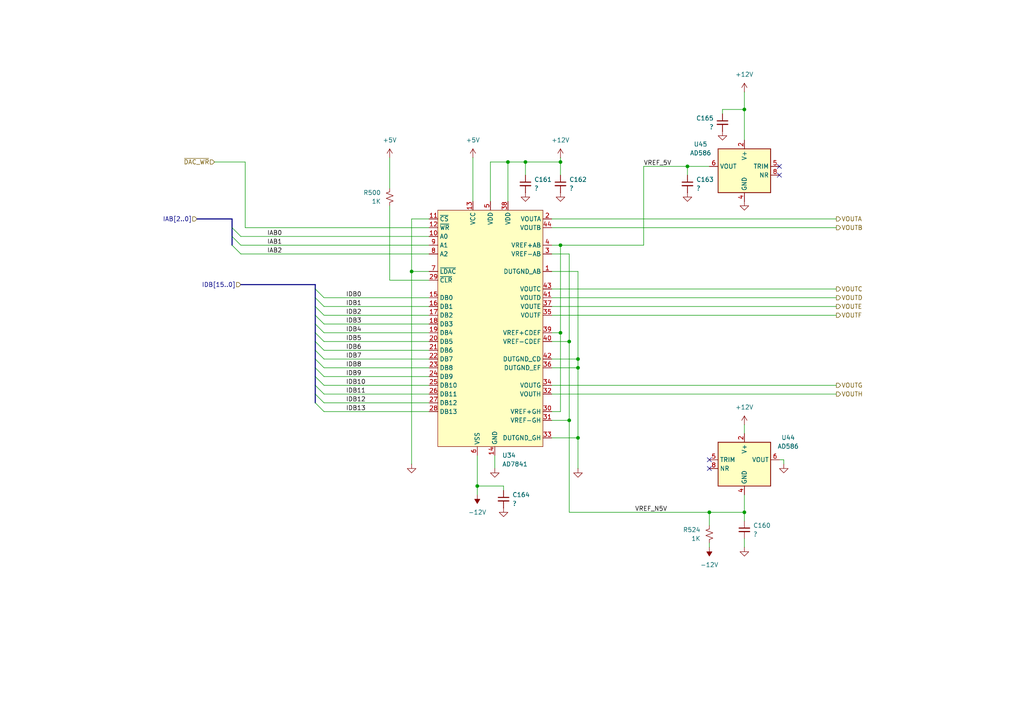
<source format=kicad_sch>
(kicad_sch (version 20250114) (generator "eeschema") (generator_version "9.0")
  (paper "A4")
  (lib_symbols
    (symbol "Device:C_Small" (pin_numbers (hide yes)) (pin_names (offset 0.254) (hide yes))
      (property "Reference" "C" (at 0.254 1.778 0))
      (property "Value" "C_Small" (at 0.254 -2.032 0))
      (symbol "C_Small_0_1"
        (polyline (pts (xy -1.524 0.508) (xy 1.524 0.508)) (stroke (width 0.3048)))
        (polyline (pts (xy -1.524 -0.508) (xy 1.524 -0.508)) (stroke (width 0.3302)))
      )
      (symbol "C_Small_1_1"
        (pin passive line (at 0 2.54 270) (length 2.032) (name "~") (number "1"))
        (pin passive line (at 0 -2.54 90) (length 2.032) (name "~") (number "2"))
      )
    )
    (symbol "Device:R_Small_US" (pin_numbers (hide yes)) (pin_names (offset 0.254) (hide yes))
      (property "Reference" "R" (at 0.762 0.508 0))
      (property "Value" "R_Small_US" (at 0.762 -1.016 0))
      (symbol "R_Small_US_1_1"
        (polyline (pts (xy 0 1.524) (xy 1.016 1.143) (xy 0 0.762) (xy -1.016 0.381) (xy 0 0)))
        (polyline (pts (xy 0 0) (xy 1.016 -0.381) (xy 0 -0.762) (xy -1.016 -1.143) (xy 0 -1.524)))
        (pin passive line (at 0 2.54 270) (length 1.016) (name "~") (number "1"))
        (pin passive line (at 0 -2.54 90) (length 1.016) (name "~") (number "2"))
      )
    )
    (symbol "Reference_Voltage:AD586"
      (property "Reference" "U" (at 6.35 6.35 0))
      (property "Value" "AD586" (at 6.35 -8.89 0))
      (symbol "AD586_0_1"
        (rectangle (start -7.62 5.08) (end 7.62 -7.62) (stroke (width 0.254)) (fill (type background)))
      )
      (symbol "AD586_1_1"
        (pin input line (at -10.16 0 0) (length 2.54) (name "TRIM") (number "5"))
        (pin input line (at -10.16 -2.54 0) (length 2.54) (name "NR") (number "8"))
        (pin no_connect line (at -7.62 2.54 0) (length 2.54) (hide yes) (name "NC") (number "1"))
        (pin no_connect line (at -7.62 -5.08 0) (length 2.54) (hide yes) (name "NC") (number "3"))
        (pin power_in line (at 0 7.62 270) (length 2.54) (name "V+") (number "2"))
        (pin power_in line (at 0 -10.16 90) (length 2.54) (name "GND") (number "4"))
        (pin no_connect line (at 7.62 -5.08 180) (length 2.54) (hide yes) (name "NC") (number "7"))
        (pin power_out line (at 10.16 0 180) (length 2.54) (name "VOUT") (number "6"))
      )
    )
    (symbol "hp16717:AD7841"
      (property "Reference" "U" (at 23.876 6.096 0))
      (property "Value" "AD7841" (at 26.67 2.54 0))
      (symbol "AD7841_0_0"
        (pin input line (at -2.54 -2.54 0) (length 2.54) (name "~{CS}") (number "11"))
        (pin input line (at -2.54 -5.08 0) (length 2.54) (name "~{WR}") (number "12"))
        (pin input line (at -2.54 -7.62 0) (length 2.54) (name "A0") (number "10"))
        (pin input line (at -2.54 -10.16 0) (length 2.54) (name "A1") (number "9"))
        (pin input line (at -2.54 -12.7 0) (length 2.54) (name "A2") (number "8"))
        (pin input line (at -2.54 -17.78 0) (length 2.54) (name "~{LDAC}") (number "7"))
        (pin input line (at -2.54 -20.32 0) (length 2.54) (name "~{CLR}") (number "29"))
        (pin input line (at -2.54 -25.4 0) (length 2.54) (name "DB0") (number "15"))
        (pin input line (at -2.54 -27.94 0) (length 2.54) (name "DB1") (number "16"))
        (pin input line (at -2.54 -30.48 0) (length 2.54) (name "DB2") (number "17"))
        (pin input line (at -2.54 -33.02 0) (length 2.54) (name "DB3") (number "18"))
        (pin input line (at -2.54 -35.56 0) (length 2.54) (name "DB4") (number "19"))
        (pin input line (at -2.54 -38.1 0) (length 2.54) (name "DB5") (number "20"))
        (pin input line (at -2.54 -40.64 0) (length 2.54) (name "DB6") (number "21"))
        (pin input line (at -2.54 -43.18 0) (length 2.54) (name "DB7") (number "22"))
        (pin input line (at -2.54 -45.72 0) (length 2.54) (name "DB8") (number "23"))
        (pin input line (at -2.54 -48.26 0) (length 2.54) (name "DB9") (number "24"))
        (pin input line (at -2.54 -50.8 0) (length 2.54) (name "DB10") (number "25"))
        (pin input line (at -2.54 -53.34 0) (length 2.54) (name "DB11") (number "26"))
        (pin input line (at -2.54 -55.88 0) (length 2.54) (name "DB12") (number "27"))
        (pin input line (at -2.54 -58.42 0) (length 2.54) (name "DB13") (number "28"))
        (pin power_in line (at 10.16 2.54 270) (length 2.54) (name "VCC") (number "13"))
        (pin power_in line (at 11.43 -71.12 90) (length 2.54) (name "VSS") (number "6"))
        (pin power_in line (at 15.24 2.54 270) (length 2.54) (name "VDD") (number "5"))
        (pin power_in line (at 16.51 -71.12 90) (length 2.54) (name "GND") (number "14"))
        (pin power_in line (at 20.32 2.54 270) (length 2.54) (name "VDD") (number "38"))
        (pin output line (at 33.02 -2.54 180) (length 2.54) (name "VOUTA") (number "2"))
        (pin output line (at 33.02 -5.08 180) (length 2.54) (name "VOUTB") (number "44"))
        (pin passive line (at 33.02 -10.16 180) (length 2.54) (name "VREF+AB") (number "4"))
        (pin passive line (at 33.02 -12.7 180) (length 2.54) (name "VREF-AB") (number "3"))
        (pin power_in line (at 33.02 -17.78 180) (length 2.54) (name "DUTGND_AB") (number "1"))
        (pin output line (at 33.02 -22.86 180) (length 2.54) (name "VOUTC") (number "43"))
        (pin output line (at 33.02 -25.4 180) (length 2.54) (name "VOUTD") (number "41"))
        (pin output line (at 33.02 -27.94 180) (length 2.54) (name "VOUTE") (number "37"))
        (pin output line (at 33.02 -30.48 180) (length 2.54) (name "VOUTF") (number "35"))
        (pin passive line (at 33.02 -35.56 180) (length 2.54) (name "VREF+CDEF") (number "39"))
        (pin passive line (at 33.02 -38.1 180) (length 2.54) (name "VREF-CDEF") (number "40"))
        (pin power_in line (at 33.02 -43.18 180) (length 2.54) (name "DUTGND_CD") (number "42"))
        (pin power_in line (at 33.02 -45.72 180) (length 2.54) (name "DUTGND_EF") (number "36"))
        (pin output line (at 33.02 -50.8 180) (length 2.54) (name "VOUTG") (number "34"))
        (pin output line (at 33.02 -53.34 180) (length 2.54) (name "VOUTH") (number "32"))
        (pin passive line (at 33.02 -58.42 180) (length 2.54) (name "VREF+GH") (number "30"))
        (pin passive line (at 33.02 -60.96 180) (length 2.54) (name "VREF-GH") (number "31"))
        (pin power_in line (at 33.02 -66.04 180) (length 2.54) (name "DUTGND_GH") (number "33"))
      )
      (symbol "AD7841_1_1"
        (rectangle (start 0 0) (end 30.48 -68.58) (fill (type background)))
      )
    )
    (symbol "power:+12V" (power) (pin_numbers (hide yes)) (pin_names (offset 0) (hide yes))
      (property "Value" "+12V" (at 0 3.556 0))
      (symbol "+12V_0_1"
        (polyline (pts (xy -0.762 1.27) (xy 0 2.54)))
        (polyline (pts (xy 0 2.54) (xy 0.762 1.27)))
        (polyline (pts (xy 0 0) (xy 0 2.54)))
      )
      (symbol "+12V_1_1"
        (pin power_in line (at 0 0 90) (length 0) (name "~") (number "1"))
      )
    )
    (symbol "power:+5V" (power) (pin_numbers (hide yes)) (pin_names (offset 0) (hide yes))
      (property "Value" "+5V" (at 0 3.556 0))
      (symbol "+5V_0_1"
        (polyline (pts (xy -0.762 1.27) (xy 0 2.54)))
        (polyline (pts (xy 0 2.54) (xy 0.762 1.27)))
        (polyline (pts (xy 0 0) (xy 0 2.54)))
      )
      (symbol "+5V_1_1"
        (pin power_in line (at 0 0 90) (length 0) (name "~") (number "1"))
      )
    )
    (symbol "power:-12V" (power) (pin_numbers (hide yes)) (pin_names (offset 0) (hide yes))
      (property "Value" "-12V" (at 0 3.556 0))
      (symbol "-12V_0_0"
        (pin power_in line (at 0 0 90) (length 0) (name "~") (number "1"))
      )
      (symbol "-12V_0_1"
        (polyline (pts (xy 0 0) (xy 0 1.27) (xy 0.762 1.27) (xy 0 2.54) (xy -0.762 1.27) (xy 0 1.27)) (fill (type outline)))
      )
    )
    (symbol "power:GND" (power) (pin_numbers (hide yes)) (pin_names (offset 0) (hide yes))
      (property "Value" "GND" (at 0 -3.81 0))
      (symbol "GND_0_1"
        (polyline (pts (xy 0 0) (xy 0 -1.27) (xy 1.27 -1.27) (xy 0 -2.54) (xy -1.27 -1.27) (xy 0 -1.27)))
      )
      (symbol "GND_1_1"
        (pin power_in line (at 0 0 270) (length 0) (name "~") (number "1"))
      )
    )
  )
  (junction (at 167.64 106.68))
  (junction (at 167.64 127))
  (junction (at 215.9 31.75))
  (junction (at 165.1 99.06))
  (junction (at 162.56 96.52))
  (junction (at 162.56 71.12))
  (junction (at 199.39 48.26))
  (junction (at 205.74 148.59))
  (junction (at 162.56 46.99))
  (junction (at 152.4 46.99))
  (junction (at 167.64 104.14))
  (junction (at 165.1 121.92))
  (junction (at 215.9 148.59))
  (junction (at 119.38 78.74))
  (junction (at 147.32 46.99))
  (junction (at 138.43 140.97))
  (no_connect (at 205.74 135.89))
  (no_connect (at 226.06 48.26))
  (no_connect (at 205.74 133.35))
  (no_connect (at 226.06 50.8))
  (bus_entry (at 91.44 106.68) (size 2.54 2.54))
  (bus_entry (at 91.44 96.52) (size 2.54 2.54))
  (bus_entry (at 91.44 114.3) (size 2.54 2.54))
  (bus_entry (at 91.44 116.84) (size 2.54 2.54))
  (bus_entry (at 67.31 71.12) (size 2.54 2.54))
  (bus_entry (at 91.44 99.06) (size 2.54 2.54))
  (bus_entry (at 91.44 88.9) (size 2.54 2.54))
  (bus_entry (at 91.44 111.76) (size 2.54 2.54))
  (bus_entry (at 91.44 101.6) (size 2.54 2.54))
  (bus_entry (at 67.31 66.04) (size 2.54 2.54))
  (bus_entry (at 67.31 68.58) (size 2.54 2.54))
  (bus_entry (at 91.44 104.14) (size 2.54 2.54))
  (bus_entry (at 91.44 91.44) (size 2.54 2.54))
  (bus_entry (at 91.44 83.82) (size 2.54 2.54))
  (bus_entry (at 91.44 109.22) (size 2.54 2.54))
  (bus_entry (at 91.44 86.36) (size 2.54 2.54))
  (bus_entry (at 91.44 93.98) (size 2.54 2.54))
  (bus (pts (xy 67.31 71.12) (xy 67.31 68.58)))
  (bus (pts (xy 91.44 88.9) (xy 91.44 86.36)))
  (wire (pts (xy 93.98 86.36) (xy 124.46 86.36)))
  (bus (pts (xy 91.44 96.52) (xy 91.44 93.98)))
  (wire (pts (xy 160.02 83.82) (xy 242.57 83.82)))
  (wire (pts (xy 138.43 132.08) (xy 138.43 140.97)))
  (bus (pts (xy 69.85 82.55) (xy 91.44 82.55)))
  (wire (pts (xy 160.02 88.9) (xy 242.57 88.9)))
  (bus (pts (xy 91.44 99.06) (xy 91.44 96.52)))
  (wire (pts (xy 160.02 96.52) (xy 162.56 96.52)))
  (wire (pts (xy 162.56 46.99) (xy 162.56 50.8)))
  (wire (pts (xy 69.85 73.66) (xy 124.46 73.66)))
  (wire (pts (xy 215.9 143.51) (xy 215.9 148.59)))
  (wire (pts (xy 226.06 133.35) (xy 227.33 133.35)))
  (wire (pts (xy 167.64 127) (xy 167.64 135.89)))
  (wire (pts (xy 160.02 63.5) (xy 242.57 63.5)))
  (wire (pts (xy 93.98 109.22) (xy 124.46 109.22)))
  (wire (pts (xy 138.43 140.97) (xy 138.43 143.51)))
  (wire (pts (xy 167.64 127) (xy 167.64 106.68)))
  (wire (pts (xy 93.98 111.76) (xy 124.46 111.76)))
  (wire (pts (xy 152.4 50.8) (xy 152.4 46.99)))
  (wire (pts (xy 199.39 48.26) (xy 199.39 50.8)))
  (wire (pts (xy 160.02 99.06) (xy 165.1 99.06)))
  (wire (pts (xy 142.24 46.99) (xy 147.32 46.99)))
  (wire (pts (xy 199.39 48.26) (xy 186.69 48.26)))
  (wire (pts (xy 215.9 31.75) (xy 209.55 31.75)))
  (wire (pts (xy 69.85 71.12) (xy 124.46 71.12)))
  (wire (pts (xy 93.98 119.38) (xy 124.46 119.38)))
  (bus (pts (xy 91.44 86.36) (xy 91.44 83.82)))
  (wire (pts (xy 137.16 45.72) (xy 137.16 58.42)))
  (wire (pts (xy 165.1 99.06) (xy 165.1 121.92)))
  (wire (pts (xy 93.98 96.52) (xy 124.46 96.52)))
  (wire (pts (xy 93.98 93.98) (xy 124.46 93.98)))
  (wire (pts (xy 146.05 140.97) (xy 146.05 142.24)))
  (wire (pts (xy 93.98 114.3) (xy 124.46 114.3)))
  (wire (pts (xy 62.23 46.99) (xy 71.12 46.99)))
  (bus (pts (xy 91.44 116.84) (xy 91.44 114.3)))
  (wire (pts (xy 186.69 48.26) (xy 186.69 71.12)))
  (wire (pts (xy 146.05 140.97) (xy 138.43 140.97)))
  (wire (pts (xy 167.64 106.68) (xy 160.02 106.68)))
  (wire (pts (xy 205.74 148.59) (xy 205.74 152.4)))
  (wire (pts (xy 113.03 59.69) (xy 113.03 81.28)))
  (wire (pts (xy 167.64 104.14) (xy 160.02 104.14)))
  (wire (pts (xy 165.1 121.92) (xy 165.1 148.59)))
  (wire (pts (xy 93.98 116.84) (xy 124.46 116.84)))
  (wire (pts (xy 93.98 104.14) (xy 124.46 104.14)))
  (wire (pts (xy 205.74 148.59) (xy 215.9 148.59)))
  (bus (pts (xy 91.44 106.68) (xy 91.44 104.14)))
  (bus (pts (xy 91.44 101.6) (xy 91.44 99.06)))
  (wire (pts (xy 162.56 119.38) (xy 160.02 119.38)))
  (wire (pts (xy 215.9 40.64) (xy 215.9 31.75)))
  (wire (pts (xy 119.38 78.74) (xy 119.38 134.62)))
  (wire (pts (xy 160.02 66.04) (xy 242.57 66.04)))
  (wire (pts (xy 160.02 71.12) (xy 162.56 71.12)))
  (wire (pts (xy 215.9 158.75) (xy 215.9 156.21)))
  (wire (pts (xy 162.56 45.72) (xy 162.56 46.99)))
  (wire (pts (xy 143.51 132.08) (xy 143.51 135.89)))
  (wire (pts (xy 93.98 88.9) (xy 124.46 88.9)))
  (wire (pts (xy 93.98 106.68) (xy 124.46 106.68)))
  (bus (pts (xy 91.44 111.76) (xy 91.44 109.22)))
  (wire (pts (xy 93.98 101.6) (xy 124.46 101.6)))
  (wire (pts (xy 162.56 71.12) (xy 162.56 96.52)))
  (wire (pts (xy 167.64 104.14) (xy 167.64 106.68)))
  (wire (pts (xy 93.98 91.44) (xy 124.46 91.44)))
  (wire (pts (xy 71.12 66.04) (xy 124.46 66.04)))
  (wire (pts (xy 160.02 114.3) (xy 242.57 114.3)))
  (wire (pts (xy 162.56 96.52) (xy 162.56 119.38)))
  (wire (pts (xy 165.1 73.66) (xy 165.1 99.06)))
  (wire (pts (xy 205.74 48.26) (xy 199.39 48.26)))
  (wire (pts (xy 215.9 26.67) (xy 215.9 31.75)))
  (wire (pts (xy 215.9 123.19) (xy 215.9 125.73)))
  (wire (pts (xy 119.38 63.5) (xy 119.38 78.74)))
  (wire (pts (xy 147.32 46.99) (xy 147.32 58.42)))
  (wire (pts (xy 205.74 148.59) (xy 165.1 148.59)))
  (wire (pts (xy 205.74 158.75) (xy 205.74 157.48)))
  (wire (pts (xy 71.12 46.99) (xy 71.12 66.04)))
  (wire (pts (xy 124.46 63.5) (xy 119.38 63.5)))
  (wire (pts (xy 113.03 45.72) (xy 113.03 54.61)))
  (wire (pts (xy 209.55 31.75) (xy 209.55 33.02)))
  (bus (pts (xy 91.44 104.14) (xy 91.44 101.6)))
  (bus (pts (xy 67.31 68.58) (xy 67.31 66.04)))
  (bus (pts (xy 91.44 109.22) (xy 91.44 106.68)))
  (wire (pts (xy 160.02 91.44) (xy 242.57 91.44)))
  (wire (pts (xy 227.33 133.35) (xy 227.33 134.62)))
  (wire (pts (xy 160.02 127) (xy 167.64 127)))
  (wire (pts (xy 160.02 78.74) (xy 167.64 78.74)))
  (wire (pts (xy 160.02 73.66) (xy 165.1 73.66)))
  (wire (pts (xy 142.24 46.99) (xy 142.24 58.42)))
  (bus (pts (xy 91.44 91.44) (xy 91.44 88.9)))
  (wire (pts (xy 215.9 148.59) (xy 215.9 151.13)))
  (bus (pts (xy 67.31 66.04) (xy 67.31 63.5)))
  (wire (pts (xy 160.02 111.76) (xy 242.57 111.76)))
  (bus (pts (xy 91.44 93.98) (xy 91.44 91.44)))
  (wire (pts (xy 113.03 81.28) (xy 124.46 81.28)))
  (wire (pts (xy 186.69 71.12) (xy 162.56 71.12)))
  (wire (pts (xy 93.98 99.06) (xy 124.46 99.06)))
  (wire (pts (xy 152.4 46.99) (xy 147.32 46.99)))
  (wire (pts (xy 167.64 78.74) (xy 167.64 104.14)))
  (wire (pts (xy 165.1 121.92) (xy 160.02 121.92)))
  (bus (pts (xy 91.44 114.3) (xy 91.44 111.76)))
  (wire (pts (xy 152.4 46.99) (xy 162.56 46.99)))
  (bus (pts (xy 91.44 83.82) (xy 91.44 82.55)))
  (wire (pts (xy 160.02 86.36) (xy 242.57 86.36)))
  (wire (pts (xy 119.38 78.74) (xy 124.46 78.74)))
  (bus (pts (xy 57.15 63.5) (xy 67.31 63.5)))
  (wire (pts (xy 69.85 68.58) (xy 124.46 68.58)))
  (label "IDB10" (at 100.33 111.76 0))
  (label "VREF_5V" (at 186.69 48.26 0))
  (label "IDB2" (at 100.33 91.44 0))
  (label "IDB4" (at 100.33 96.52 0))
  (label "IDB0" (at 100.33 86.36 0))
  (label "VREF_N5V" (at 184.15 148.59 0))
  (label "IDB7" (at 100.33 104.14 0))
  (label "IDB9" (at 100.33 109.22 0))
  (label "IDB5" (at 100.33 99.06 0))
  (label "IDB11" (at 100.33 114.3 0))
  (label "IDB3" (at 100.33 93.98 0))
  (label "IDB6" (at 100.33 101.6 0))
  (label "IAB1" (at 77.47 71.12 0))
  (label "IAB2" (at 77.47 73.66 0))
  (label "IDB1" (at 100.33 88.9 0))
  (label "IDB8" (at 100.33 106.68 0))
  (label "IDB12" (at 100.33 116.84 0))
  (label "IAB0" (at 77.47 68.58 0))
  (label "IDB13" (at 100.33 119.38 0))
  (hierarchical_label "VOUTD" (shape output) (at 242.57 86.36 0))
  (hierarchical_label "VOUTE" (shape output) (at 242.57 88.9 0))
  (hierarchical_label "VOUTC" (shape output) (at 242.57 83.82 0))
  (hierarchical_label "~{DAC_WR}" (shape input) (at 62.23 46.99 180))
  (hierarchical_label "VOUTG" (shape output) (at 242.57 111.76 0))
  (hierarchical_label "VOUTB" (shape output) (at 242.57 66.04 0))
  (hierarchical_label "VOUTF" (shape output) (at 242.57 91.44 0))
  (hierarchical_label "VOUTA" (shape output) (at 242.57 63.5 0))
  (hierarchical_label "IAB[2..0]" (shape input) (at 57.15 63.5 180))
  (hierarchical_label "IDB[15..0]" (shape input) (at 69.85 82.55 180))
  (hierarchical_label "VOUTH" (shape output) (at 242.57 114.3 0))
  (symbol (lib_id "power:GND") (at 209.55 38.1 0) (mirror y) (unit 1)
    (property "Reference" "#PWR0229" (effects (hide yes)))
    (property "Value" "GND" (effects (hide yes)))
    (property "Description" "Power symbol creates a global label with name \"GND\" , ground" (effects (hide yes)))
  )
  (symbol (lib_id "Device:C_Small") (at 152.4 53.34 0) (unit 1)
    (property "Reference" "C161" (at 154.94 52.0762 0) (effects (justify left)))
    (property "Value" "?" (at 154.94 54.6162 0) (effects (justify left)))
    (property "Footprint" "hp16717:HP_0805" (effects (hide yes)))
    (property "Description" "Unpolarized capacitor, small symbol" (effects (hide yes)))
  )
  (symbol (lib_id "Device:C_Small") (at 146.05 144.78 0) (unit 1)
    (property "Reference" "C164" (at 148.59 143.5162 0) (effects (justify left)))
    (property "Value" "?" (at 148.59 146.0562 0) (effects (justify left)))
    (property "Footprint" "hp16717:HP_0805" (effects (hide yes)))
    (property "Description" "Unpolarized capacitor, small symbol" (effects (hide yes)))
  )
  (symbol (lib_id "power:-12V") (at 205.74 158.75 180) (unit 1)
    (property "Reference" "#PWR0235" (effects (hide yes)))
    (property "Value" "-12V" (at 205.74 163.83 0))
    (property "Description" "Power symbol creates a global label with name \"-12V\"" (effects (hide yes)))
  )
  (symbol (lib_id "Reference_Voltage:AD586") (at 215.9 48.26 0) (mirror y) (unit 1)
    (property "Reference" "U45" (at 203.2 41.8398 0))
    (property "Value" "AD586" (at 203.2 44.3798 0))
    (property "Footprint" "Package_SO:SOIC-8_3.9x4.9mm_P1.27mm" (effects (hide yes)))
    (property "Datasheet" "https://www.analog.com/media/en/technical-documentation/data-sheets/AD586.pdf" (effects (hide yes)))
    (property "Description" "High Precision, 5V Reference, DIP-8, SO-8" (effects (hide yes)))
  )
  (symbol (lib_id "power:+12V") (at 162.56 45.72 0) (unit 1)
    (property "Reference" "#PWR0231" (effects (hide yes)))
    (property "Value" "+12V" (at 162.56 40.64 0))
    (property "Description" "Power symbol creates a global label with name \"+12V\"" (effects (hide yes)))
  )
  (symbol (lib_id "power:GND") (at 215.9 158.75 0) (unit 1)
    (property "Reference" "#PWR0224" (effects (hide yes)))
    (property "Value" "GND" (effects (hide yes)))
    (property "Description" "Power symbol creates a global label with name \"GND\" , ground" (effects (hide yes)))
  )
  (symbol (lib_id "Device:R_Small_US") (at 205.74 154.94 0) (mirror x) (unit 1)
    (property "Reference" "R524" (at 203.2 153.6699 0) (effects (justify right)))
    (property "Value" "1K" (at 203.2 156.2099 0) (effects (justify right)))
    (property "Footprint" "hp16717:HP_0805" (effects (hide yes)))
    (property "Description" "Resistor, small US symbol" (effects (hide yes)))
  )
  (symbol (lib_id "power:GND") (at 162.56 55.88 0) (unit 1)
    (property "Reference" "#PWR0226" (effects (hide yes)))
    (property "Value" "GND" (effects (hide yes)))
    (property "Description" "Power symbol creates a global label with name \"GND\" , ground" (effects (hide yes)))
  )
  (symbol (lib_id "power:-12V") (at 138.43 143.51 180) (unit 1)
    (property "Reference" "#PWR0232" (effects (hide yes)))
    (property "Value" "-12V" (at 138.43 148.59 0))
    (property "Description" "Power symbol creates a global label with name \"-12V\"" (effects (hide yes)))
  )
  (symbol (lib_id "power:+12V") (at 215.9 26.67 0) (mirror y) (unit 1)
    (property "Reference" "#PWR0234" (effects (hide yes)))
    (property "Value" "+12V" (at 215.9 21.59 0))
    (property "Description" "Power symbol creates a global label with name \"+12V\"" (effects (hide yes)))
  )
  (symbol (lib_id "power:GND") (at 227.33 134.62 0) (unit 1)
    (property "Reference" "#PWR0230" (effects (hide yes)))
    (property "Value" "GND" (effects (hide yes)))
    (property "Description" "Power symbol creates a global label with name \"GND\" , ground" (effects (hide yes)))
  )
  (symbol (lib_id "power:GND") (at 146.05 147.32 0) (unit 1)
    (property "Reference" "#PWR0228" (effects (hide yes)))
    (property "Value" "GND" (effects (hide yes)))
    (property "Description" "Power symbol creates a global label with name \"GND\" , ground" (effects (hide yes)))
  )
  (symbol (lib_id "hp16717:AD7841") (at 127 60.96 0) (unit 1)
    (property "Reference" "U34" (at 145.6533 132.08 0) (effects (justify left)))
    (property "Value" "AD7841" (at 145.6533 134.62 0) (effects (justify left)))
    (property "Footprint" "Package_QFP:Microchip_PQFP-44_10x10mm_P0.8mm" (effects (hide yes)))
  )
  (symbol (lib_id "power:GND") (at 119.38 134.62 0) (unit 1)
    (property "Reference" "#PWR0222" (effects (hide yes)))
    (property "Value" "GND" (effects (hide yes)))
    (property "Description" "Power symbol creates a global label with name \"GND\" , ground" (effects (hide yes)))
  )
  (symbol (lib_id "power:GND") (at 167.64 135.89 0) (unit 1)
    (property "Reference" "#PWR0221" (effects (hide yes)))
    (property "Value" "GND" (effects (hide yes)))
    (property "Description" "Power symbol creates a global label with name \"GND\" , ground" (effects (hide yes)))
  )
  (symbol (lib_id "Reference_Voltage:AD586") (at 215.9 133.35 0) (unit 1)
    (property "Reference" "U44" (at 228.6 126.9298 0))
    (property "Value" "AD586" (at 228.6 129.4698 0))
    (property "Footprint" "Package_SO:SOIC-8_3.9x4.9mm_P1.27mm" (effects (hide yes)))
    (property "Datasheet" "https://www.analog.com/media/en/technical-documentation/data-sheets/AD586.pdf" (effects (hide yes)))
    (property "Description" "High Precision, 5V Reference, DIP-8, SO-8" (effects (hide yes)))
  )
  (symbol (lib_id "Device:C_Small") (at 215.9 153.67 0) (unit 1)
    (property "Reference" "C160" (at 218.44 152.4062 0) (effects (justify left)))
    (property "Value" "?" (at 218.44 154.9462 0) (effects (justify left)))
    (property "Footprint" "hp16717:HP_0805" (effects (hide yes)))
    (property "Description" "Unpolarized capacitor, small symbol" (effects (hide yes)))
  )
  (symbol (lib_id "Device:C_Small") (at 199.39 53.34 0) (unit 1)
    (property "Reference" "C163" (at 201.93 52.0762 0) (effects (justify left)))
    (property "Value" "?" (at 201.93 54.6162 0) (effects (justify left)))
    (property "Footprint" "hp16717:HP_0805" (effects (hide yes)))
    (property "Description" "Unpolarized capacitor, small symbol" (effects (hide yes)))
  )
  (symbol (lib_id "power:+5V") (at 137.16 45.72 0) (unit 1)
    (property "Reference" "#PWR0236" (effects (hide yes)))
    (property "Value" "+5V" (at 137.16 40.64 0))
    (property "Description" "Power symbol creates a global label with name \"+5V\"" (effects (hide yes)))
  )
  (symbol (lib_id "Device:C_Small") (at 162.56 53.34 0) (unit 1)
    (property "Reference" "C162" (at 165.1 52.0762 0) (effects (justify left)))
    (property "Value" "?" (at 165.1 54.6162 0) (effects (justify left)))
    (property "Footprint" "hp16717:HP_0805" (effects (hide yes)))
    (property "Description" "Unpolarized capacitor, small symbol" (effects (hide yes)))
  )
  (symbol (lib_id "Device:R_Small_US") (at 113.03 57.15 0) (mirror x) (unit 1)
    (property "Reference" "R500" (at 110.49 55.8799 0) (effects (justify right)))
    (property "Value" "1K" (at 110.49 58.4199 0) (effects (justify right)))
    (property "Footprint" "hp16717:HP_0805" (effects (hide yes)))
    (property "Description" "Resistor, small US symbol" (effects (hide yes)))
  )
  (symbol (lib_id "power:+5V") (at 113.03 45.72 0) (unit 1)
    (property "Reference" "#PWR0237" (effects (hide yes)))
    (property "Value" "+5V" (at 113.03 40.64 0))
    (property "Description" "Power symbol creates a global label with name \"+5V\"" (effects (hide yes)))
  )
  (symbol (lib_id "power:GND") (at 215.9 58.42 0) (mirror y) (unit 1)
    (property "Reference" "#PWR0223" (effects (hide yes)))
    (property "Value" "GND" (effects (hide yes)))
    (property "Description" "Power symbol creates a global label with name \"GND\" , ground" (effects (hide yes)))
  )
  (symbol (lib_id "power:GND") (at 152.4 55.88 0) (unit 1)
    (property "Reference" "#PWR0225" (effects (hide yes)))
    (property "Value" "GND" (effects (hide yes)))
    (property "Description" "Power symbol creates a global label with name \"GND\" , ground" (effects (hide yes)))
  )
  (symbol (lib_id "power:GND") (at 143.51 135.89 0) (unit 1)
    (property "Reference" "#PWR01" (effects (hide yes)))
    (property "Value" "GND" (effects (hide yes)))
    (property "Description" "Power symbol creates a global label with name \"GND\" , ground" (effects (hide yes)))
  )
  (symbol (lib_id "power:+12V") (at 215.9 123.19 0) (unit 1)
    (property "Reference" "#PWR0233" (effects (hide yes)))
    (property "Value" "+12V" (at 215.9 118.11 0))
    (property "Description" "Power symbol creates a global label with name \"+12V\"" (effects (hide yes)))
  )
  (symbol (lib_id "Device:C_Small") (at 209.55 35.56 0) (mirror y) (unit 1)
    (property "Reference" "C165" (at 207.01 34.2962 0) (effects (justify left)))
    (property "Value" "?" (at 207.01 36.8362 0) (effects (justify left)))
    (property "Footprint" "hp16717:HP_0805" (effects (hide yes)))
    (property "Description" "Unpolarized capacitor, small symbol" (effects (hide yes)))
  )
  (symbol (lib_id "power:GND") (at 199.39 55.88 0) (unit 1)
    (property "Reference" "#PWR0227" (effects (hide yes)))
    (property "Value" "GND" (effects (hide yes)))
    (property "Description" "Power symbol creates a global label with name \"GND\" , ground" (effects (hide yes)))
  )
)
</source>
